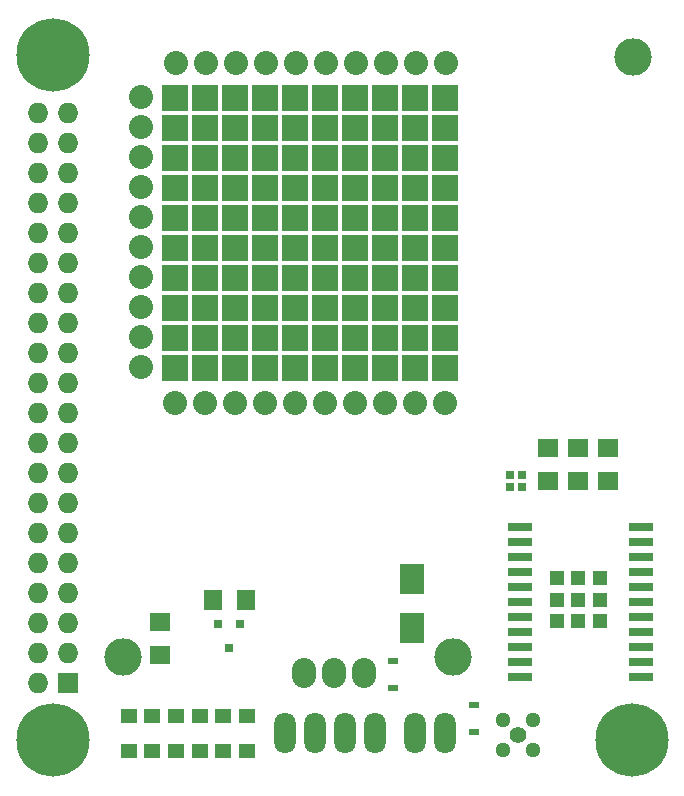
<source format=gbr>
G04 #@! TF.FileFunction,Soldermask,Top*
%FSLAX46Y46*%
G04 Gerber Fmt 4.6, Leading zero omitted, Abs format (unit mm)*
G04 Created by KiCad (PCBNEW 4.0.2-1.fc23-product) date Mon 23 May 2016 18:37:12 BST*
%MOMM*%
G01*
G04 APERTURE LIST*
%ADD10C,0.100000*%
%ADD11R,2.235200X2.235200*%
%ADD12C,2.032000*%
%ADD13C,3.175000*%
%ADD14C,6.200000*%
%ADD15R,1.727200X1.727200*%
%ADD16O,1.727200X1.727200*%
%ADD17O,1.800860X3.500120*%
%ADD18R,2.000000X0.800000*%
%ADD19R,1.200000X1.200000*%
%ADD20R,2.029460X2.651760*%
%ADD21C,1.295400*%
%ADD22C,1.397000*%
%ADD23R,0.828040X0.629920*%
%ADD24R,0.750000X0.750000*%
%ADD25R,0.800100X0.800100*%
%ADD26R,1.399540X1.198880*%
%ADD27R,1.798320X1.597660*%
%ADD28R,1.597660X1.798320*%
%ADD29O,2.032000X2.540000*%
G04 APERTURE END LIST*
D10*
D11*
X104760000Y-102560000D03*
X102220000Y-102560000D03*
X99680000Y-102560000D03*
X97140000Y-102560000D03*
X94600000Y-102560000D03*
X92060000Y-102560000D03*
X89520000Y-102560000D03*
X86980000Y-102560000D03*
X84440000Y-102560000D03*
X81900000Y-102560000D03*
X104760000Y-100020000D03*
X102220000Y-100020000D03*
X99680000Y-100020000D03*
X97140000Y-100020000D03*
X94600000Y-100020000D03*
X92060000Y-100020000D03*
X89520000Y-100020000D03*
X86980000Y-100020000D03*
X84440000Y-100020000D03*
X81900000Y-100020000D03*
X104760000Y-97480000D03*
X102220000Y-97480000D03*
X99680000Y-97480000D03*
X97140000Y-97480000D03*
X94600000Y-97480000D03*
X92060000Y-97480000D03*
X89520000Y-97480000D03*
X86980000Y-97480000D03*
X84440000Y-97480000D03*
X81900000Y-97480000D03*
X104760000Y-94940000D03*
X102220000Y-94940000D03*
X99680000Y-94940000D03*
X97140000Y-94940000D03*
X94600000Y-94940000D03*
X92060000Y-94940000D03*
X89520000Y-94940000D03*
X86980000Y-94940000D03*
X84440000Y-94940000D03*
X81900000Y-94940000D03*
X104760000Y-92400000D03*
X102220000Y-92400000D03*
X99680000Y-92400000D03*
X97140000Y-92400000D03*
X94600000Y-92400000D03*
X92060000Y-92400000D03*
X89520000Y-92400000D03*
X86980000Y-92400000D03*
X84440000Y-92400000D03*
X81900000Y-92400000D03*
X104760000Y-89860000D03*
X102220000Y-89860000D03*
X99680000Y-89860000D03*
X97140000Y-89860000D03*
X94600000Y-89860000D03*
X92060000Y-89860000D03*
X89520000Y-89860000D03*
X86980000Y-89860000D03*
X84440000Y-89860000D03*
X81900000Y-89860000D03*
X104760000Y-87320000D03*
X102220000Y-87320000D03*
X99680000Y-87320000D03*
X97140000Y-87320000D03*
X94600000Y-87320000D03*
X92060000Y-87320000D03*
X89520000Y-87320000D03*
X86980000Y-87320000D03*
X84440000Y-87320000D03*
X81900000Y-87320000D03*
X104760000Y-84780000D03*
X102220000Y-84780000D03*
X99680000Y-84780000D03*
X97140000Y-84780000D03*
X94600000Y-84780000D03*
X92060000Y-84780000D03*
X89520000Y-84780000D03*
X86980000Y-84780000D03*
X84440000Y-84780000D03*
X81900000Y-84780000D03*
X104760000Y-82240000D03*
X102220000Y-82240000D03*
X99680000Y-82240000D03*
X97140000Y-82240000D03*
X94600000Y-82240000D03*
X92060000Y-82240000D03*
X89520000Y-82240000D03*
X86980000Y-82240000D03*
X84440000Y-82240000D03*
X81900000Y-82240000D03*
X104760000Y-79700000D03*
X102220000Y-79700000D03*
X99680000Y-79700000D03*
X97140000Y-79700000D03*
X94600000Y-79700000D03*
X92060000Y-79700000D03*
X89520000Y-79700000D03*
X86980000Y-79700000D03*
X84440000Y-79700000D03*
D12*
X82000000Y-76750000D03*
X84540000Y-76750000D03*
X87080000Y-76750000D03*
X89620000Y-76750000D03*
X92160000Y-76750000D03*
X94700000Y-76750000D03*
X97240000Y-76750000D03*
X99780000Y-76750000D03*
X102320000Y-76750000D03*
X104860000Y-76750000D03*
X79000000Y-102500000D03*
X79000000Y-99960000D03*
X79000000Y-97420000D03*
X79000000Y-94880000D03*
X79000000Y-92340000D03*
X79000000Y-89800000D03*
X79000000Y-87260000D03*
X79000000Y-84720000D03*
X79000000Y-82180000D03*
X79000000Y-79640000D03*
D13*
X77470000Y-127000000D03*
X105410000Y-127000000D03*
X120650000Y-76200000D03*
D14*
X71570000Y-76100000D03*
X120570000Y-134100000D03*
D15*
X72840000Y-129230000D03*
D16*
X70300000Y-129230000D03*
X72840000Y-126690000D03*
X70300000Y-126690000D03*
X72840000Y-124150000D03*
X70300000Y-124150000D03*
X72840000Y-121610000D03*
X70300000Y-121610000D03*
X72840000Y-119070000D03*
X70300000Y-119070000D03*
X72840000Y-116530000D03*
X70300000Y-116530000D03*
X72840000Y-113990000D03*
X70300000Y-113990000D03*
X72840000Y-111450000D03*
X70300000Y-111450000D03*
X72840000Y-108910000D03*
X70300000Y-108910000D03*
X72840000Y-106370000D03*
X70300000Y-106370000D03*
X72840000Y-103830000D03*
X70300000Y-103830000D03*
X72840000Y-101290000D03*
X70300000Y-101290000D03*
X72840000Y-98750000D03*
X70300000Y-98750000D03*
X72840000Y-96210000D03*
X70300000Y-96210000D03*
X72840000Y-93670000D03*
X70300000Y-93670000D03*
X72840000Y-91130000D03*
X70300000Y-91130000D03*
X72840000Y-88590000D03*
X70300000Y-88590000D03*
X72840000Y-86050000D03*
X70300000Y-86050000D03*
X72840000Y-83510000D03*
X70300000Y-83510000D03*
X72840000Y-80970000D03*
X70300000Y-80970000D03*
D17*
X104770000Y-133500000D03*
X102230000Y-133500000D03*
D18*
X111150000Y-116020000D03*
X111150000Y-117290000D03*
X111150000Y-118560000D03*
X111150000Y-119830000D03*
X111150000Y-121100000D03*
X111150000Y-122370000D03*
X111150000Y-123640000D03*
X111150000Y-124910000D03*
X111150000Y-126180000D03*
X111150000Y-127450000D03*
X111150000Y-128720000D03*
X121350000Y-128720000D03*
X121350000Y-127450000D03*
X121350000Y-126180000D03*
X121350000Y-124910000D03*
X121350000Y-123640000D03*
X121350000Y-122370000D03*
X121350000Y-121100000D03*
X121350000Y-119830000D03*
X121350000Y-118560000D03*
X121350000Y-117290000D03*
X121350000Y-116020000D03*
D19*
X114250000Y-120370000D03*
X114250000Y-122170000D03*
X114250000Y-123970000D03*
X116050000Y-120370000D03*
X116050000Y-122170000D03*
X116050000Y-123970000D03*
X117850000Y-120370000D03*
X117850000Y-122170000D03*
X117850000Y-123970000D03*
D14*
X71570000Y-134100000D03*
D20*
X102000000Y-124585340D03*
X102000000Y-120414660D03*
D21*
X109700000Y-134870000D03*
X112240000Y-134870000D03*
X112240000Y-132330000D03*
X109700000Y-132330000D03*
D22*
X110970000Y-133600000D03*
D23*
X100400000Y-129648080D03*
X100400000Y-127351920D03*
X107250000Y-133398080D03*
X107250000Y-131101920D03*
D17*
X98810000Y-133500000D03*
X96270000Y-133500000D03*
X93730000Y-133500000D03*
X91190000Y-133500000D03*
D24*
X111250000Y-111650000D03*
X111250000Y-112650000D03*
X110250000Y-112650000D03*
X110250000Y-111650000D03*
D25*
X87450000Y-124249240D03*
X85550000Y-124249240D03*
X86500000Y-126248220D03*
D12*
X104750000Y-105500000D03*
X102210000Y-105500000D03*
X99670000Y-105500000D03*
X97130000Y-105500000D03*
X94590000Y-105500000D03*
X92050000Y-105500000D03*
X89510000Y-105500000D03*
X86970000Y-105500000D03*
X84430000Y-105500000D03*
X81890000Y-105500000D03*
D11*
X81900000Y-79700000D03*
D26*
X86000000Y-132001400D03*
X86000000Y-134998600D03*
X88000000Y-132001400D03*
X88000000Y-134998600D03*
X84000000Y-132001400D03*
X84000000Y-134998600D03*
X82000000Y-132001400D03*
X82000000Y-134998600D03*
X80000000Y-132001400D03*
X80000000Y-134998600D03*
X78000000Y-132001400D03*
X78000000Y-134998600D03*
D27*
X116050000Y-112139540D03*
X116050000Y-109340460D03*
X113510000Y-112139540D03*
X113510000Y-109340460D03*
X80600000Y-126899540D03*
X80600000Y-124100460D03*
X118590000Y-112139540D03*
X118590000Y-109340460D03*
D28*
X87899540Y-122250000D03*
X85100460Y-122250000D03*
D29*
X95400000Y-128400000D03*
X97940000Y-128400000D03*
X92860000Y-128400000D03*
M02*

</source>
